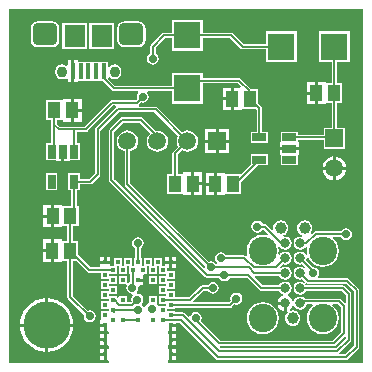
<source format=gtl>
G04*
G04 #@! TF.GenerationSoftware,Altium Limited,Altium Designer,18.0.11 (651)*
G04*
G04 Layer_Physical_Order=1*
G04 Layer_Color=255*
%FSLAX25Y25*%
%MOIN*%
G70*
G01*
G75*
%ADD16C,0.00591*%
%ADD17R,0.01575X0.01575*%
%ADD18R,0.04331X0.05512*%
%ADD19R,0.02559X0.04528*%
%ADD20R,0.04528X0.02559*%
%ADD21R,0.09055X0.09055*%
%ADD22R,0.09055X0.09055*%
%ADD23R,0.01575X0.05315*%
%ADD24R,0.07087X0.07480*%
%ADD44C,0.03150*%
%ADD45C,0.15748*%
%ADD46R,0.05906X0.05906*%
%ADD47C,0.05906*%
%ADD48C,0.03937*%
%ADD49C,0.09449*%
%ADD50R,0.05906X0.05906*%
G04:AMPARAMS|DCode=51|XSize=74.8mil|YSize=82.68mil|CornerRadius=18.7mil|HoleSize=0mil|Usage=FLASHONLY|Rotation=270.000|XOffset=0mil|YOffset=0mil|HoleType=Round|Shape=RoundedRectangle|*
%AMROUNDEDRECTD51*
21,1,0.07480,0.04528,0,0,270.0*
21,1,0.03740,0.08268,0,0,270.0*
1,1,0.03740,-0.02264,-0.01870*
1,1,0.03740,-0.02264,0.01870*
1,1,0.03740,0.02264,0.01870*
1,1,0.03740,0.02264,-0.01870*
%
%ADD51ROUNDEDRECTD51*%
%ADD52O,0.03347X0.03740*%
%ADD53C,0.02756*%
G36*
X381300Y348400D02*
Y230500D01*
X316500D01*
Y231701D01*
X316725D01*
Y233488D01*
Y235276D01*
X316500D01*
Y236524D01*
X316725D01*
Y238311D01*
Y240098D01*
X316500D01*
Y241346D01*
X316725D01*
Y243134D01*
X317225D01*
Y243634D01*
X319013D01*
Y243904D01*
X320219D01*
X332261Y231861D01*
X332554Y231666D01*
X332900Y231597D01*
X332900Y231597D01*
X375800D01*
X376146Y231666D01*
X376439Y231861D01*
X379839Y235261D01*
X379839Y235261D01*
X380034Y235554D01*
X380103Y235900D01*
X380103Y235900D01*
Y254800D01*
X380034Y255146D01*
X379839Y255439D01*
X376739Y258539D01*
X376446Y258734D01*
X376100Y258803D01*
X366635D01*
X366368Y259303D01*
X366654Y259732D01*
X366807Y260500D01*
X366654Y261268D01*
X366219Y261919D01*
X365568Y262354D01*
X364800Y262507D01*
X364692Y262486D01*
X362453Y264724D01*
X362608Y265500D01*
X362577Y265656D01*
X363057Y265802D01*
X363257Y265320D01*
X364109Y264209D01*
X365220Y263357D01*
X366512Y262822D01*
X367900Y262639D01*
X369287Y262822D01*
X370580Y263357D01*
X371691Y264209D01*
X372543Y265320D01*
X373078Y266613D01*
X373261Y268000D01*
X373078Y269388D01*
X372543Y270680D01*
X371691Y271791D01*
X371148Y272207D01*
X371318Y272707D01*
X373862D01*
X374281Y272081D01*
X374932Y271646D01*
X375700Y271493D01*
X376468Y271646D01*
X377119Y272081D01*
X377554Y272732D01*
X377707Y273500D01*
X377554Y274268D01*
X377119Y274919D01*
X376468Y275354D01*
X375700Y275507D01*
X374932Y275354D01*
X374281Y274919D01*
X374010Y274513D01*
X365576D01*
X365230Y274445D01*
X364937Y274249D01*
X364329Y273640D01*
X363952Y273970D01*
X364135Y274209D01*
X364393Y274832D01*
X364481Y275500D01*
X364393Y276168D01*
X364135Y276791D01*
X363725Y277325D01*
X363191Y277735D01*
X362568Y277993D01*
X361900Y278081D01*
X361232Y277993D01*
X360609Y277735D01*
X360075Y277325D01*
X359665Y276791D01*
X359407Y276168D01*
X359319Y275500D01*
X359407Y274832D01*
X359665Y274209D01*
X360075Y273675D01*
X360609Y273265D01*
X361022Y273094D01*
X360876Y272613D01*
X360400Y272708D01*
X359555Y272540D01*
X358839Y272061D01*
X358360Y271345D01*
X358192Y270500D01*
X358360Y269655D01*
X358839Y268939D01*
X359555Y268460D01*
X360400Y268292D01*
X361245Y268460D01*
X361961Y268939D01*
X362207Y269307D01*
X362687Y269126D01*
X362539Y268000D01*
X362687Y266874D01*
X362207Y266693D01*
X361961Y267061D01*
X361245Y267540D01*
X360400Y267708D01*
X359555Y267540D01*
X358839Y267061D01*
X358360Y266345D01*
X358192Y265500D01*
X358360Y264655D01*
X358839Y263939D01*
X359555Y263460D01*
X360400Y263292D01*
X361176Y263447D01*
X361959Y262664D01*
X361640Y262276D01*
X361245Y262540D01*
X360400Y262708D01*
X359555Y262540D01*
X358839Y262061D01*
X358360Y261345D01*
X358192Y260500D01*
X358360Y259655D01*
X358839Y258939D01*
X359555Y258460D01*
X360400Y258292D01*
X361176Y258447D01*
X361959Y257664D01*
X361640Y257276D01*
X361245Y257540D01*
X360400Y257708D01*
X359555Y257540D01*
X358839Y257061D01*
X358360Y256345D01*
X358192Y255500D01*
X358360Y254655D01*
X358839Y253939D01*
X359555Y253460D01*
X360400Y253292D01*
X361245Y253460D01*
X361961Y253939D01*
X362401Y254597D01*
X374226D01*
X375697Y253126D01*
Y250688D01*
X375197Y250481D01*
X373928Y251749D01*
X373635Y251945D01*
X373290Y252013D01*
X361993D01*
X361961Y252061D01*
X361245Y252540D01*
X360400Y252708D01*
X359555Y252540D01*
X358839Y252061D01*
X358370Y251360D01*
X358277Y251341D01*
X357846Y251323D01*
X357649Y251799D01*
X357236Y252336D01*
X356698Y252749D01*
X356223Y252946D01*
X356241Y253377D01*
X356260Y253470D01*
X356961Y253939D01*
X357440Y254655D01*
X357608Y255500D01*
X357440Y256345D01*
X356961Y257061D01*
X356245Y257540D01*
X355400Y257708D01*
X354555Y257540D01*
X353839Y257061D01*
X353399Y256403D01*
X347874D01*
X345181Y259097D01*
X345388Y259597D01*
X353399D01*
X353839Y258939D01*
X354555Y258460D01*
X355400Y258292D01*
X356245Y258460D01*
X356961Y258939D01*
X357440Y259655D01*
X357608Y260500D01*
X357440Y261345D01*
X356961Y262061D01*
X356245Y262540D01*
X355400Y262708D01*
X354555Y262540D01*
X354160Y262276D01*
X353841Y262664D01*
X354624Y263447D01*
X355400Y263292D01*
X356245Y263460D01*
X356961Y263939D01*
X357440Y264655D01*
X357608Y265500D01*
X357440Y266345D01*
X356961Y267061D01*
X356245Y267540D01*
X355400Y267708D01*
X354555Y267540D01*
X353839Y267061D01*
X353593Y266693D01*
X353113Y266874D01*
X353261Y268000D01*
X353113Y269126D01*
X353593Y269307D01*
X353839Y268939D01*
X354555Y268460D01*
X355400Y268292D01*
X356245Y268460D01*
X356961Y268939D01*
X357440Y269655D01*
X357608Y270500D01*
X357440Y271345D01*
X356961Y272061D01*
X356245Y272540D01*
X355400Y272708D01*
X354924Y272613D01*
X354778Y273094D01*
X355191Y273265D01*
X355725Y273675D01*
X356135Y274209D01*
X356393Y274832D01*
X356481Y275500D01*
X356393Y276168D01*
X356135Y276791D01*
X355725Y277325D01*
X355191Y277735D01*
X354568Y277993D01*
X353900Y278081D01*
X353232Y277993D01*
X352609Y277735D01*
X352075Y277325D01*
X351665Y276791D01*
X351407Y276168D01*
X351319Y275500D01*
X351354Y275230D01*
X350881Y274996D01*
X349239Y276639D01*
X348946Y276834D01*
X348600Y276903D01*
X347864D01*
X347519Y277419D01*
X346868Y277854D01*
X346100Y278007D01*
X345332Y277854D01*
X344681Y277419D01*
X344246Y276768D01*
X344093Y276000D01*
X344246Y275232D01*
X344681Y274581D01*
X345332Y274146D01*
X346100Y273993D01*
X346868Y274146D01*
X347519Y274581D01*
X347779Y274969D01*
X348317Y275006D01*
X349827Y273496D01*
X349543Y273072D01*
X349288Y273178D01*
X347900Y273361D01*
X346513Y273178D01*
X345220Y272643D01*
X344109Y271791D01*
X343257Y270680D01*
X342722Y269388D01*
X342539Y268000D01*
X342722Y266613D01*
X342417Y266185D01*
X342365Y266168D01*
X342116Y266334D01*
X341770Y266403D01*
X335764D01*
X335419Y266919D01*
X334768Y267354D01*
X334000Y267507D01*
X333232Y267354D01*
X332581Y266919D01*
X332146Y266268D01*
X331993Y265500D01*
X332146Y264732D01*
X332581Y264081D01*
X332769Y263955D01*
X332631Y263446D01*
X332382Y263431D01*
X332129Y263809D01*
X331478Y264244D01*
X330710Y264397D01*
X330101Y264276D01*
X303703Y290674D01*
Y301045D01*
X303725Y301048D01*
X304587Y301405D01*
X305327Y301973D01*
X305895Y302713D01*
X306252Y303575D01*
X306374Y304500D01*
X306252Y305425D01*
X305895Y306287D01*
X305327Y307027D01*
X304587Y307595D01*
X303725Y307952D01*
X302800Y308074D01*
X301875Y307952D01*
X301013Y307595D01*
X300273Y307027D01*
X299705Y306287D01*
X299348Y305425D01*
X299226Y304500D01*
X299348Y303575D01*
X299705Y302713D01*
X300273Y301973D01*
X301013Y301405D01*
X301875Y301048D01*
X301897Y301045D01*
Y290300D01*
X301966Y289954D01*
X302161Y289661D01*
X328824Y262999D01*
X328703Y262390D01*
X328705Y262379D01*
X328244Y262133D01*
X298403Y291974D01*
Y307626D01*
X301474Y310697D01*
X306926D01*
X310293Y307330D01*
X310273Y307027D01*
X309705Y306287D01*
X309348Y305425D01*
X309226Y304500D01*
X309348Y303575D01*
X309705Y302713D01*
X310273Y301973D01*
X311013Y301405D01*
X311875Y301048D01*
X312800Y300926D01*
X313725Y301048D01*
X314587Y301405D01*
X315327Y301973D01*
X315895Y302713D01*
X316252Y303575D01*
X316374Y304500D01*
X316252Y305425D01*
X315895Y306287D01*
X315327Y307027D01*
X314587Y307595D01*
X313725Y307952D01*
X312800Y308074D01*
X312184Y307993D01*
X307939Y312239D01*
X307646Y312434D01*
X307300Y312503D01*
X301100D01*
X300754Y312434D01*
X300461Y312239D01*
X296861Y308639D01*
X296666Y308346D01*
X296597Y308000D01*
Y291600D01*
X296666Y291254D01*
X296861Y290961D01*
X328561Y259261D01*
X328854Y259066D01*
X329200Y258997D01*
X333336D01*
X333681Y258481D01*
X334332Y258046D01*
X335100Y257893D01*
X335868Y258046D01*
X336519Y258481D01*
X336864Y258997D01*
X342726D01*
X346861Y254861D01*
X347154Y254666D01*
X347500Y254597D01*
X353399D01*
X353839Y253939D01*
X354540Y253470D01*
X354559Y253377D01*
X354577Y252946D01*
X354101Y252749D01*
X353564Y252336D01*
X353151Y251799D01*
X352891Y251172D01*
X352869Y251000D01*
X355400D01*
Y250500D01*
X355900D01*
Y247969D01*
X356072Y247991D01*
X356180Y248036D01*
X356432Y247600D01*
X356075Y247325D01*
X355665Y246791D01*
X355407Y246168D01*
X355319Y245500D01*
X355407Y244832D01*
X355665Y244209D01*
X356075Y243675D01*
X356609Y243265D01*
X357232Y243007D01*
X357900Y242919D01*
X358568Y243007D01*
X359191Y243265D01*
X359725Y243675D01*
X360135Y244209D01*
X360393Y244832D01*
X360481Y245500D01*
X360393Y246168D01*
X360135Y246791D01*
X359725Y247325D01*
X359191Y247735D01*
X358568Y247993D01*
X357900Y248081D01*
X357232Y247993D01*
X357128Y247950D01*
X356875Y248387D01*
X357236Y248664D01*
X357649Y249201D01*
X357846Y249677D01*
X358277Y249659D01*
X358370Y249640D01*
X358839Y248939D01*
X359555Y248460D01*
X360400Y248292D01*
X361245Y248460D01*
X361961Y248939D01*
X362440Y249655D01*
X362549Y250207D01*
X364482D01*
X364652Y249707D01*
X364109Y249291D01*
X363257Y248180D01*
X362722Y246887D01*
X362539Y245500D01*
X362722Y244112D01*
X363257Y242820D01*
X364109Y241709D01*
X365220Y240857D01*
X366512Y240322D01*
X367900Y240139D01*
X369287Y240322D01*
X370580Y240857D01*
X371691Y241709D01*
X372543Y242820D01*
X373078Y244112D01*
X373261Y245500D01*
X373078Y246887D01*
X372543Y248180D01*
X371691Y249291D01*
X371148Y249707D01*
X371318Y250207D01*
X372916D01*
X374097Y249026D01*
Y240774D01*
X371326Y238003D01*
X333874D01*
X327291Y244587D01*
X327454Y244832D01*
X327607Y245600D01*
X327454Y246368D01*
X327019Y247019D01*
X326368Y247454D01*
X325600Y247607D01*
X324832Y247454D01*
X324181Y247019D01*
X323746Y246368D01*
X323708Y246177D01*
X323165Y246012D01*
X322058Y247119D01*
X321765Y247315D01*
X321420Y247384D01*
X318603D01*
Y247858D01*
X316044D01*
Y248449D01*
X318603D01*
Y248924D01*
X336927D01*
X337272Y248992D01*
X337565Y249188D01*
X338491Y250114D01*
X339100Y249993D01*
X339868Y250146D01*
X340519Y250581D01*
X340954Y251232D01*
X341107Y252000D01*
X340954Y252768D01*
X340519Y253419D01*
X339868Y253854D01*
X339100Y254007D01*
X338332Y253854D01*
X337681Y253419D01*
X337246Y252768D01*
X337093Y252000D01*
X337214Y251391D01*
X336553Y250730D01*
X325014D01*
X324807Y251230D01*
X328274Y254697D01*
X329536D01*
X329881Y254181D01*
X330532Y253746D01*
X331300Y253593D01*
X332068Y253746D01*
X332719Y254181D01*
X333154Y254832D01*
X333307Y255600D01*
X333154Y256368D01*
X332719Y257019D01*
X332068Y257454D01*
X331300Y257607D01*
X330532Y257454D01*
X329881Y257019D01*
X329536Y256503D01*
X327900D01*
X327900Y256503D01*
X327554Y256434D01*
X327261Y256239D01*
X327261Y256239D01*
X323426Y252403D01*
X318603D01*
Y254551D01*
X316044D01*
Y255142D01*
X318603D01*
Y257898D01*
X316044D01*
Y258488D01*
X318603D01*
Y261244D01*
X316044D01*
Y262311D01*
X316725D01*
Y263598D01*
X315438D01*
Y262917D01*
X314371D01*
Y265476D01*
X311615D01*
Y262917D01*
X311024D01*
Y265476D01*
X308268D01*
Y262917D01*
X307678D01*
Y265476D01*
X307203D01*
Y268736D01*
X307719Y269081D01*
X308154Y269732D01*
X308307Y270500D01*
X308154Y271268D01*
X307719Y271919D01*
X307068Y272354D01*
X306300Y272507D01*
X305532Y272354D01*
X304881Y271919D01*
X304446Y271268D01*
X304293Y270500D01*
X304446Y269732D01*
X304881Y269081D01*
X305397Y268736D01*
Y265476D01*
X304922D01*
Y262917D01*
X304332D01*
Y265476D01*
X301576D01*
Y262917D01*
X300985D01*
Y265476D01*
X298229D01*
Y262917D01*
X297162D01*
Y263598D01*
X295375D01*
X293587D01*
Y262443D01*
X290540D01*
X286461Y266521D01*
Y271346D01*
X284609D01*
Y276153D01*
X286556D01*
Y282846D01*
X285943D01*
Y288126D01*
X286910D01*
Y290077D01*
X290280D01*
X290626Y290146D01*
X290919Y290342D01*
X293539Y292961D01*
X293539Y292961D01*
X293734Y293254D01*
X293803Y293600D01*
Y308026D01*
X299974Y314197D01*
X311826D01*
X319718Y306304D01*
X319705Y306287D01*
X319348Y305425D01*
X319226Y304500D01*
X319348Y303575D01*
X319705Y302713D01*
X319718Y302696D01*
X318056Y301033D01*
X317860Y300740D01*
X317791Y300394D01*
Y293647D01*
X315938D01*
Y286953D01*
X321435D01*
Y286544D01*
X324100D01*
Y290300D01*
Y294056D01*
X321435D01*
Y293647D01*
X319598D01*
Y300020D01*
X320996Y301418D01*
X321013Y301405D01*
X321875Y301048D01*
X322800Y300926D01*
X323725Y301048D01*
X324587Y301405D01*
X325327Y301973D01*
X325895Y302713D01*
X326252Y303575D01*
X326374Y304500D01*
X326252Y305425D01*
X325895Y306287D01*
X325327Y307027D01*
X324587Y307595D01*
X323725Y307952D01*
X322800Y308074D01*
X321875Y307952D01*
X321013Y307595D01*
X320996Y307582D01*
X312839Y315739D01*
X312546Y315934D01*
X312200Y316003D01*
X306671D01*
X306596Y316098D01*
X306539Y316661D01*
X307291Y317414D01*
X307900Y317293D01*
X308668Y317446D01*
X309319Y317881D01*
X309754Y318532D01*
X309907Y319300D01*
X309754Y320068D01*
X309345Y320680D01*
X309390Y320875D01*
X309529Y321180D01*
X317682D01*
Y316965D01*
X327918D01*
Y323797D01*
X339726D01*
X340667Y322856D01*
X340460Y322356D01*
X338194D01*
Y318600D01*
Y314844D01*
X340860D01*
Y315253D01*
X345669D01*
X345877Y315045D01*
Y307610D01*
X343926D01*
Y303870D01*
X349635D01*
Y307610D01*
X347684D01*
Y315420D01*
X347615Y315765D01*
X347419Y316058D01*
X347419Y316058D01*
X346356Y317121D01*
Y321947D01*
X344131D01*
X340739Y325339D01*
X340446Y325534D01*
X340100Y325603D01*
X327918D01*
Y327202D01*
X317682D01*
Y322987D01*
X298674D01*
X296325Y325336D01*
X296366Y325659D01*
X296884Y325784D01*
X296900Y325760D01*
X297649Y325260D01*
X298532Y325084D01*
X299415Y325260D01*
X300164Y325760D01*
X300665Y326509D01*
X300840Y327392D01*
Y327786D01*
X300665Y328669D01*
X300164Y329418D01*
X299415Y329918D01*
X298532Y330094D01*
X297649Y329918D01*
X296900Y329418D01*
X296769Y329221D01*
X296269Y329373D01*
Y331034D01*
X286442D01*
Y331443D01*
X285154D01*
Y327786D01*
Y324128D01*
X286442D01*
Y324538D01*
X294568D01*
X297661Y321445D01*
X297954Y321249D01*
X298300Y321180D01*
X306271D01*
X306410Y320875D01*
X306455Y320680D01*
X306046Y320068D01*
X305893Y319300D01*
X306014Y318691D01*
X305526Y318203D01*
X297800D01*
X297454Y318134D01*
X297161Y317939D01*
X288526Y309303D01*
X280374D01*
X279298Y310380D01*
Y311454D01*
X281235D01*
Y311044D01*
X283900D01*
Y314800D01*
Y318556D01*
X281235D01*
Y318146D01*
X275739D01*
Y311454D01*
X277491D01*
Y310006D01*
Y303874D01*
X275690D01*
Y298165D01*
X279021D01*
Y297756D01*
X280800D01*
Y301020D01*
X281800D01*
Y297756D01*
X283579D01*
Y298165D01*
X286910D01*
Y303874D01*
X285943D01*
Y307497D01*
X288900D01*
X289246Y307566D01*
X289539Y307761D01*
X298174Y316397D01*
X298829D01*
X298904Y316302D01*
X298961Y315739D01*
X292261Y309039D01*
X292066Y308746D01*
X291997Y308400D01*
Y293974D01*
X289906Y291884D01*
X286910D01*
Y293835D01*
X283170D01*
Y288126D01*
X284137D01*
Y282846D01*
X281060D01*
Y283256D01*
X278394D01*
Y279500D01*
Y275744D01*
X281060D01*
Y276153D01*
X282802D01*
Y271346D01*
X280965D01*
Y271756D01*
X278300D01*
Y268000D01*
X277800D01*
D01*
X278300D01*
Y264244D01*
X280965D01*
Y264653D01*
X282802D01*
Y252594D01*
X282871Y252249D01*
X283067Y251956D01*
X288314Y246709D01*
X288193Y246100D01*
X288346Y245332D01*
X288781Y244681D01*
X289432Y244246D01*
X290200Y244093D01*
X290968Y244246D01*
X291619Y244681D01*
X292054Y245332D01*
X292207Y246100D01*
X292054Y246868D01*
X291619Y247519D01*
X290968Y247954D01*
X290200Y248107D01*
X289591Y247986D01*
X284609Y252969D01*
Y264653D01*
X285775D01*
X289528Y260901D01*
X289821Y260705D01*
X290166Y260636D01*
X293997D01*
Y258488D01*
X296556D01*
Y257898D01*
X293997D01*
Y255142D01*
X296556D01*
Y254551D01*
X293997D01*
Y251795D01*
X296556D01*
Y251205D01*
X293997D01*
Y248449D01*
X296556D01*
Y247858D01*
X293997D01*
Y245103D01*
X293587Y244921D01*
Y243634D01*
X295375D01*
Y243134D01*
X295875D01*
Y241346D01*
X296388D01*
X296741Y240992D01*
X296738Y240098D01*
X295875D01*
Y238311D01*
Y236524D01*
X296370D01*
X296723Y236169D01*
X296719Y235276D01*
X295875D01*
Y233488D01*
Y231701D01*
X296351D01*
X296704Y231347D01*
X296701Y230501D01*
X296700Y230500D01*
X263300D01*
Y348500D01*
X381200D01*
X381300Y348400D01*
D02*
G37*
G36*
X313288Y260161D02*
X315847D01*
Y259571D01*
X313288D01*
Y256815D01*
X315847D01*
Y256224D01*
X313288D01*
Y253468D01*
X315847D01*
Y252878D01*
X313288D01*
Y250122D01*
X315847D01*
Y249532D01*
X313288D01*
X312878Y249727D01*
X312698Y250122D01*
Y252878D01*
X309942D01*
Y250620D01*
X309186Y250114D01*
X308660Y249328D01*
X308632Y249185D01*
X308371Y249121D01*
X308111Y249132D01*
X307719Y249719D01*
X307611Y249792D01*
X307599Y250401D01*
X307954Y250932D01*
X308107Y251700D01*
X307954Y252468D01*
X307519Y253119D01*
X306868Y253554D01*
X306108Y253706D01*
X306090Y253733D01*
X305920Y254180D01*
X305919Y254181D01*
X306354Y254832D01*
X306507Y255600D01*
X306446Y255906D01*
X306857Y256406D01*
X308087D01*
Y257693D01*
X306300D01*
Y258693D01*
X308087D01*
Y259980D01*
X308512Y260161D01*
X309351D01*
Y262720D01*
X309942D01*
Y260161D01*
X312698D01*
Y262720D01*
X313288D01*
Y260161D01*
D02*
G37*
G36*
X303249D02*
X303724D01*
Y257449D01*
X303158Y257071D01*
X302860Y257159D01*
X302658Y257287D01*
Y259571D01*
X299902D01*
Y256815D01*
X302343D01*
X302613Y256417D01*
X302635Y256315D01*
X302493Y255600D01*
X302646Y254832D01*
X303081Y254181D01*
X303732Y253746D01*
X304492Y253594D01*
X304510Y253567D01*
X304680Y253120D01*
X304681Y253119D01*
X304246Y252468D01*
X304093Y251700D01*
X304214Y251091D01*
X303853Y250730D01*
X302658D01*
Y252878D01*
X299902D01*
Y252484D01*
X299402Y252217D01*
X299312Y252277D01*
Y252878D01*
X296753D01*
Y253468D01*
X299312D01*
Y256224D01*
X296753D01*
Y256815D01*
X299312D01*
Y259571D01*
X296753D01*
Y260161D01*
X299312D01*
Y262720D01*
X299902D01*
Y260161D01*
X302658D01*
Y262720D01*
X303249D01*
Y260161D01*
D02*
G37*
G36*
X375623Y239141D02*
X375673Y238650D01*
X372426Y235403D01*
X333814D01*
X333524Y235764D01*
X333724Y236197D01*
X371700D01*
X372046Y236266D01*
X372339Y236461D01*
X375191Y239314D01*
X375623Y239141D01*
D02*
G37*
G36*
X362654Y257066D02*
X363000Y256997D01*
X363000Y256997D01*
X375726D01*
X378297Y254426D01*
Y236274D01*
X375426Y233403D01*
X373653D01*
X373501Y233728D01*
X373481Y233903D01*
X377239Y237661D01*
X377434Y237954D01*
X377503Y238300D01*
Y253500D01*
X377503Y253500D01*
X377434Y253846D01*
X377239Y254139D01*
X375239Y256139D01*
X374946Y256334D01*
X374600Y256403D01*
X362401D01*
X362123Y256820D01*
X362483Y257180D01*
X362654Y257066D01*
D02*
G37*
%LPC*%
G36*
X306406Y344488D02*
X301879D01*
X300919Y344297D01*
X300105Y343753D01*
X299561Y342939D01*
X299370Y341979D01*
Y338239D01*
X299561Y337278D01*
X300105Y336465D01*
X300919Y335921D01*
X301879Y335730D01*
X306406D01*
X307366Y335921D01*
X308180Y336465D01*
X308724Y337278D01*
X308915Y338239D01*
Y341979D01*
X308724Y342939D01*
X308180Y343753D01*
X307366Y344297D01*
X306406Y344488D01*
D02*
G37*
G36*
X277666D02*
X273139D01*
X272179Y344297D01*
X271365Y343753D01*
X270821Y342939D01*
X270630Y341979D01*
Y338239D01*
X270821Y337278D01*
X271365Y336465D01*
X272179Y335921D01*
X273139Y335730D01*
X277666D01*
X278626Y335921D01*
X279440Y336465D01*
X279984Y337278D01*
X280175Y338239D01*
Y341979D01*
X279984Y342939D01*
X279440Y343753D01*
X278626Y344297D01*
X277666Y344488D01*
D02*
G37*
G36*
X298434Y343731D02*
X290166D01*
Y335069D01*
X298434D01*
Y343731D01*
D02*
G37*
G36*
X289379D02*
X281111D01*
Y335069D01*
X289379D01*
Y343731D01*
D02*
G37*
G36*
X327918Y344918D02*
X317682D01*
Y340703D01*
X315100D01*
X314754Y340634D01*
X314461Y340439D01*
X310661Y336639D01*
X310466Y336346D01*
X310397Y336000D01*
Y333764D01*
X309881Y333419D01*
X309446Y332768D01*
X309293Y332000D01*
X309446Y331232D01*
X309881Y330581D01*
X310532Y330146D01*
X311300Y329993D01*
X312068Y330146D01*
X312719Y330581D01*
X313154Y331232D01*
X313307Y332000D01*
X313154Y332768D01*
X312719Y333419D01*
X312203Y333764D01*
Y335626D01*
X315474Y338897D01*
X317682D01*
Y334682D01*
X327918D01*
Y338897D01*
X337126D01*
X340661Y335361D01*
X340954Y335166D01*
X341300Y335097D01*
X348965D01*
Y330882D01*
X359202D01*
Y341118D01*
X348965D01*
Y336903D01*
X341674D01*
X338139Y340439D01*
X337846Y340634D01*
X337500Y340703D01*
X327918D01*
Y344918D01*
D02*
G37*
G36*
X284154Y331443D02*
X282867D01*
Y329871D01*
X282367Y329604D01*
X281896Y329918D01*
X281013Y330094D01*
X280129Y329918D01*
X279380Y329418D01*
X278880Y328669D01*
X278705Y327786D01*
Y327392D01*
X278880Y326509D01*
X279380Y325760D01*
X280129Y325260D01*
X281013Y325084D01*
X281896Y325260D01*
X282367Y325574D01*
X282867Y325307D01*
Y324128D01*
X284154D01*
Y327786D01*
Y331443D01*
D02*
G37*
G36*
X376918Y341118D02*
X366682D01*
Y330882D01*
X370897D01*
Y323846D01*
X369013D01*
Y324256D01*
X366347D01*
Y320500D01*
Y316744D01*
X369013D01*
Y317154D01*
X370897D01*
Y309043D01*
X368257D01*
Y306643D01*
X359674D01*
Y307610D01*
X353965D01*
Y304279D01*
X353556D01*
Y302500D01*
X356820D01*
X360083D01*
Y304279D01*
X359674D01*
Y304837D01*
X368257D01*
Y301957D01*
X375343D01*
Y309043D01*
X372703D01*
Y317154D01*
X374509D01*
Y323846D01*
X372703D01*
Y330882D01*
X376918D01*
Y341118D01*
D02*
G37*
G36*
X365347Y324256D02*
X362682D01*
Y321000D01*
X365347D01*
Y324256D01*
D02*
G37*
G36*
X337194Y322356D02*
X334529D01*
Y319100D01*
X337194D01*
Y322356D01*
D02*
G37*
G36*
X365347Y320000D02*
X362682D01*
Y316744D01*
X365347D01*
Y320000D01*
D02*
G37*
G36*
X287565Y318556D02*
X284900D01*
Y315300D01*
X287565D01*
Y318556D01*
D02*
G37*
G36*
X337194Y318100D02*
X334529D01*
Y314844D01*
X337194D01*
Y318100D01*
D02*
G37*
G36*
X287565Y314300D02*
X284900D01*
Y311044D01*
X287565D01*
Y314300D01*
D02*
G37*
G36*
X336753Y308453D02*
X333300D01*
Y305000D01*
X336753D01*
Y308453D01*
D02*
G37*
G36*
X332300D02*
X328847D01*
Y305000D01*
X332300D01*
Y308453D01*
D02*
G37*
G36*
X336753Y304000D02*
X333300D01*
Y300547D01*
X336753D01*
Y304000D01*
D02*
G37*
G36*
X332300D02*
X328847D01*
Y300547D01*
X332300D01*
Y304000D01*
D02*
G37*
G36*
X360083Y301500D02*
X356820D01*
X353556D01*
Y299721D01*
X353965D01*
Y296390D01*
X359674D01*
Y299721D01*
X360083D01*
Y301500D01*
D02*
G37*
G36*
X372300Y299421D02*
Y296000D01*
X375721D01*
X375651Y296532D01*
X375253Y297493D01*
X374619Y298319D01*
X373793Y298953D01*
X372832Y299351D01*
X372300Y299421D01*
D02*
G37*
G36*
X371300D02*
X370768Y299351D01*
X369807Y298953D01*
X368981Y298319D01*
X368347Y297493D01*
X367949Y296532D01*
X367879Y296000D01*
X371300D01*
Y299421D01*
D02*
G37*
G36*
X349635Y300130D02*
X343926D01*
Y296683D01*
X341074Y293831D01*
X340709Y293547D01*
Y293547D01*
X340709Y293546D01*
X335213D01*
Y293956D01*
X332547D01*
Y290200D01*
Y286444D01*
X335213D01*
Y286854D01*
X340709D01*
Y290911D01*
X346188Y296390D01*
X349635D01*
Y300130D01*
D02*
G37*
G36*
X375721Y295000D02*
X372300D01*
Y291579D01*
X372832Y291649D01*
X373793Y292047D01*
X374619Y292681D01*
X375253Y293507D01*
X375651Y294468D01*
X375721Y295000D01*
D02*
G37*
G36*
X371300D02*
X367879D01*
X367949Y294468D01*
X368347Y293507D01*
X368981Y292681D01*
X369807Y292047D01*
X370768Y291649D01*
X371300Y291579D01*
Y295000D01*
D02*
G37*
G36*
X327765Y294056D02*
X325100D01*
Y290800D01*
X327765D01*
Y294056D01*
D02*
G37*
G36*
X331547Y293956D02*
X328882D01*
Y290700D01*
X331547D01*
Y293956D01*
D02*
G37*
G36*
X279430Y293835D02*
X275690D01*
Y288126D01*
X279430D01*
Y293835D01*
D02*
G37*
G36*
X327765Y289800D02*
X325100D01*
Y286544D01*
X327765D01*
Y289800D01*
D02*
G37*
G36*
X331547Y289700D02*
X328882D01*
Y286444D01*
X331547D01*
Y289700D01*
D02*
G37*
G36*
X277394Y283256D02*
X274729D01*
Y280000D01*
X277394D01*
Y283256D01*
D02*
G37*
G36*
Y279000D02*
X274729D01*
Y275744D01*
X277394D01*
Y279000D01*
D02*
G37*
G36*
X277300Y271756D02*
X274635D01*
Y268500D01*
X277300D01*
Y271756D01*
D02*
G37*
G36*
X319013Y265886D02*
X317725D01*
Y264598D01*
X319013D01*
Y265886D01*
D02*
G37*
G36*
X297162D02*
X295875D01*
Y264598D01*
X297162D01*
Y265886D01*
D02*
G37*
G36*
X316725D02*
X315438D01*
Y264598D01*
X316725D01*
Y265886D01*
D02*
G37*
G36*
X294875D02*
X293587D01*
Y264598D01*
X294875D01*
Y265886D01*
D02*
G37*
G36*
X277300Y267500D02*
X274635D01*
Y264244D01*
X277300D01*
Y267500D01*
D02*
G37*
G36*
X319013Y263598D02*
X317725D01*
Y262311D01*
X319013D01*
Y263598D01*
D02*
G37*
G36*
X354900Y250000D02*
X352869D01*
X352891Y249828D01*
X353151Y249201D01*
X353564Y248664D01*
X354101Y248251D01*
X354728Y247991D01*
X354900Y247969D01*
Y250000D01*
D02*
G37*
G36*
X276400Y252068D02*
Y243700D01*
X284768D01*
X284646Y244940D01*
X284138Y246612D01*
X283314Y248154D01*
X282205Y249505D01*
X280854Y250614D01*
X279312Y251438D01*
X277640Y251946D01*
X276400Y252068D01*
D02*
G37*
G36*
X275400D02*
X274160Y251946D01*
X272488Y251438D01*
X270946Y250614D01*
X269595Y249505D01*
X268486Y248154D01*
X267662Y246612D01*
X267154Y244940D01*
X267032Y243700D01*
X275400D01*
Y252068D01*
D02*
G37*
G36*
X319013Y242634D02*
X317725D01*
Y241346D01*
X319013D01*
Y242634D01*
D02*
G37*
G36*
X294875D02*
X293587D01*
Y241346D01*
X294875D01*
Y242634D01*
D02*
G37*
G36*
X347900Y250861D02*
X346513Y250678D01*
X345220Y250143D01*
X344109Y249291D01*
X343257Y248180D01*
X342722Y246887D01*
X342539Y245500D01*
X342722Y244112D01*
X343257Y242820D01*
X344109Y241709D01*
X345220Y240857D01*
X346513Y240322D01*
X347900Y240139D01*
X349288Y240322D01*
X350580Y240857D01*
X351691Y241709D01*
X352543Y242820D01*
X353078Y244112D01*
X353261Y245500D01*
X353078Y246887D01*
X352543Y248180D01*
X351691Y249291D01*
X350580Y250143D01*
X349288Y250678D01*
X347900Y250861D01*
D02*
G37*
G36*
X319013Y240098D02*
X317725D01*
Y238811D01*
X319013D01*
Y240098D01*
D02*
G37*
G36*
X294875D02*
X293587D01*
Y238811D01*
X294875D01*
Y240098D01*
D02*
G37*
G36*
X319013Y237811D02*
X317725D01*
Y236524D01*
X319013D01*
Y237811D01*
D02*
G37*
G36*
X294875D02*
X293587D01*
Y236524D01*
X294875D01*
Y237811D01*
D02*
G37*
G36*
X284768Y242700D02*
X276400D01*
Y234332D01*
X277640Y234454D01*
X279312Y234962D01*
X280854Y235786D01*
X282205Y236895D01*
X283314Y238246D01*
X284138Y239788D01*
X284646Y241460D01*
X284768Y242700D01*
D02*
G37*
G36*
X275400D02*
X267032D01*
X267154Y241460D01*
X267662Y239788D01*
X268486Y238246D01*
X269595Y236895D01*
X270946Y235786D01*
X272488Y234962D01*
X274160Y234454D01*
X275400Y234332D01*
Y242700D01*
D02*
G37*
G36*
X319013Y235276D02*
X317725D01*
Y233988D01*
X319013D01*
Y235276D01*
D02*
G37*
G36*
X294875D02*
X293587D01*
Y233988D01*
X294875D01*
Y235276D01*
D02*
G37*
G36*
X319013Y232988D02*
X317725D01*
Y231701D01*
X319013D01*
Y232988D01*
D02*
G37*
G36*
X294875D02*
X293587D01*
Y231701D01*
X294875D01*
Y232988D01*
D02*
G37*
G36*
X312698Y259571D02*
X309942D01*
Y256815D01*
X312698D01*
Y259571D01*
D02*
G37*
%LPD*%
D16*
X360400Y251110D02*
X373290D01*
X325300Y245300D02*
X333500Y237100D01*
X343600Y318600D02*
Y321200D01*
X340100Y324700D02*
X343600Y321200D01*
X325417Y324700D02*
X340100D01*
X278394Y310006D02*
Y316000D01*
X311300Y332000D02*
Y336000D01*
X315100Y339800D01*
X322800D01*
X294891Y325493D02*
Y327786D01*
Y325493D02*
X298300Y322083D01*
X301280Y244807D02*
X306300D01*
X379200Y235900D02*
Y254800D01*
X375800Y232500D02*
X379200Y235900D01*
X332900Y232500D02*
X375800D01*
X320593Y244807D02*
X332900Y232500D01*
X376100Y257900D02*
X379200Y254800D01*
X298300Y322083D02*
X322800D01*
X371753Y320500D02*
X371800Y320547D01*
Y336000D01*
X285000Y308400D02*
X288900D01*
X280000D02*
X285000D01*
X285040Y308360D01*
Y301020D02*
Y308360D01*
X277560Y301020D02*
X278394Y301854D01*
Y310006D01*
X280000Y308400D01*
X288900D02*
X297800Y317300D01*
X305900D01*
X307900Y319300D01*
X343600Y318600D02*
X346780Y315420D01*
Y305740D02*
Y315420D01*
X322800Y322083D02*
X325417Y324700D01*
X322800Y339800D02*
X337500D01*
X341300Y336000D01*
X354083D01*
X371753Y320500D02*
X371800Y320453D01*
Y305500D02*
Y320453D01*
X371560Y305740D02*
X371800Y305500D01*
X356820Y305740D02*
X371560D01*
X338721Y290200D02*
X346780Y298260D01*
X337953Y290200D02*
X338721D01*
X292900Y293600D02*
Y308400D01*
X290280Y290980D02*
X292900Y293600D01*
X285040Y290980D02*
X290280D01*
X292900Y308400D02*
X299600Y315100D01*
X312200D01*
X322800Y304500D01*
X318694Y300394D02*
X322800Y304500D01*
X318694Y290300D02*
Y300394D01*
X312800Y304500D02*
Y306100D01*
X307300Y311600D02*
X312800Y306100D01*
X301100Y311600D02*
X307300D01*
X297500Y308000D02*
X301100Y311600D01*
X297500Y291600D02*
Y308000D01*
Y291600D02*
X329200Y259900D01*
X335100D01*
X298193Y251760D02*
X300126Y249827D01*
X302800Y290300D02*
Y304500D01*
Y290300D02*
X330710Y262390D01*
X354863Y270500D02*
X355400D01*
X354100D02*
X354863D01*
X348600Y276000D02*
X354100Y270500D01*
X346100Y276000D02*
X348600D01*
X306300Y264098D02*
Y270500D01*
X285040Y280740D02*
Y290980D01*
X283800Y279500D02*
X285040Y280740D01*
X283706Y279406D02*
X283800Y279500D01*
X283706Y268000D02*
Y279406D01*
Y268000D02*
X290166Y261539D01*
X297934D01*
X304500Y255600D02*
X304627Y255727D01*
Y261539D01*
X304400Y255600D02*
X304500D01*
X341770Y265500D02*
X344881Y262390D01*
X334000Y265500D02*
X341770D01*
X300126Y249827D02*
X304227D01*
X306100Y251700D01*
X306154Y248154D02*
X306300Y248300D01*
X297934Y248154D02*
X306154D01*
X297934D02*
X298487Y247600D01*
X344881Y262390D02*
X352290D01*
X355400Y265500D01*
X345100Y260500D02*
X355400D01*
X343210Y262390D02*
X345100Y260500D01*
X330710Y262390D02*
X343210D01*
X335100Y259900D02*
X343100D01*
X347500Y255500D01*
X355400D01*
X362466Y270500D02*
X365576Y273610D01*
X360400Y270500D02*
X362466D01*
X365576Y273610D02*
X375590D01*
X375700Y273500D01*
X336927Y249827D02*
X339100Y252000D01*
X317225Y249827D02*
X336927D01*
X323800Y251500D02*
X327900Y255600D01*
X331300D01*
X360400Y265500D02*
X364800Y261100D01*
Y260500D02*
Y261100D01*
X314666Y251500D02*
X323800D01*
X314666Y244807D02*
X320593D01*
X317225Y246480D02*
X321420D01*
X363000Y257900D02*
X376100D01*
X360400Y260500D02*
X363000Y257900D01*
X283706Y252594D02*
Y268000D01*
Y252594D02*
X290200Y246100D01*
X325300Y245300D02*
X325600Y245600D01*
X321420Y246480D02*
X333400Y234500D01*
X372800D01*
X333500Y237100D02*
X371700D01*
X375000Y240400D01*
Y249400D01*
X376600Y238300D02*
Y253500D01*
X374600Y255500D02*
X376600Y253500D01*
X360400Y255500D02*
X374600D01*
X372800Y234500D02*
X376600Y238300D01*
X373290Y251110D02*
X375000Y249400D01*
X360400Y250500D02*
Y251110D01*
D17*
X306300Y244807D02*
D03*
X301280D02*
D03*
X314666Y261539D02*
D03*
Y258193D02*
D03*
Y254846D02*
D03*
Y251500D02*
D03*
Y248154D02*
D03*
Y244807D02*
D03*
X317225Y264098D02*
D03*
Y259866D02*
D03*
Y256520D02*
D03*
Y253173D02*
D03*
Y249827D02*
D03*
Y246480D02*
D03*
Y243134D02*
D03*
Y238311D02*
D03*
Y233488D02*
D03*
X312993Y264098D02*
D03*
X311320Y261539D02*
D03*
X307973D02*
D03*
X304627D02*
D03*
X301280D02*
D03*
X297934D02*
D03*
X295375Y259866D02*
D03*
Y256520D02*
D03*
X297934Y254846D02*
D03*
X309646Y264098D02*
D03*
X306300D02*
D03*
X302954D02*
D03*
X299607D02*
D03*
X295375D02*
D03*
X297934Y258193D02*
D03*
X295375Y253173D02*
D03*
Y249827D02*
D03*
Y246480D02*
D03*
Y243134D02*
D03*
Y233488D02*
D03*
X311320Y251500D02*
D03*
X306300Y258193D02*
D03*
X301280Y251500D02*
D03*
X297934D02*
D03*
Y248154D02*
D03*
Y244807D02*
D03*
X295375Y238311D02*
D03*
X311320Y244807D02*
D03*
Y258193D02*
D03*
X301280D02*
D03*
D18*
X283706Y268000D02*
D03*
X277800D02*
D03*
X283800Y279500D02*
D03*
X277894D02*
D03*
X278494Y314800D02*
D03*
X284400D02*
D03*
X318694Y290300D02*
D03*
X324600D02*
D03*
X337953Y290200D02*
D03*
X332047D02*
D03*
X371753Y320500D02*
D03*
X365847D02*
D03*
X343600Y318600D02*
D03*
X337694D02*
D03*
D19*
X285040Y290980D02*
D03*
X277560D02*
D03*
Y301020D02*
D03*
X281300D02*
D03*
X285040D02*
D03*
D20*
X346780Y298260D02*
D03*
Y305740D02*
D03*
X356820D02*
D03*
Y302000D02*
D03*
Y298260D02*
D03*
D21*
X371800Y336000D02*
D03*
X354083D02*
D03*
D22*
X322800Y322083D02*
D03*
Y339800D02*
D03*
D23*
X289772Y327786D02*
D03*
X292331D02*
D03*
X294891D02*
D03*
X287213D02*
D03*
X284654D02*
D03*
D24*
X294300Y339400D02*
D03*
X285245D02*
D03*
D44*
X360400Y250500D02*
D03*
Y255500D02*
D03*
Y260500D02*
D03*
Y265500D02*
D03*
Y270500D02*
D03*
X355400D02*
D03*
Y265500D02*
D03*
Y260500D02*
D03*
Y255500D02*
D03*
Y250500D02*
D03*
D45*
X275900Y243200D02*
D03*
D46*
X332800Y304500D02*
D03*
D47*
X322800D02*
D03*
X312800D02*
D03*
X302800D02*
D03*
X371800Y295500D02*
D03*
D48*
X357900Y245500D02*
D03*
X361900Y275500D02*
D03*
X353900D02*
D03*
D49*
X347900Y245500D02*
D03*
Y268000D02*
D03*
X367900Y245500D02*
D03*
Y268000D02*
D03*
D50*
X371800Y305500D02*
D03*
D51*
X275402Y340109D02*
D03*
X304142D02*
D03*
D52*
X298532Y327589D02*
D03*
X281013D02*
D03*
D53*
X310900Y248400D02*
D03*
X311300Y332000D02*
D03*
X307900Y319300D02*
D03*
X346100Y276000D02*
D03*
X306300Y270500D02*
D03*
X304500Y255600D02*
D03*
X334000Y265500D02*
D03*
X306100Y251700D02*
D03*
X306300Y248300D02*
D03*
X330710Y262390D02*
D03*
X335100Y259900D02*
D03*
X375700Y273500D02*
D03*
X339100Y252000D02*
D03*
X331300Y255600D02*
D03*
X364800Y260500D02*
D03*
X290200Y246100D02*
D03*
X325600Y245600D02*
D03*
M02*

</source>
